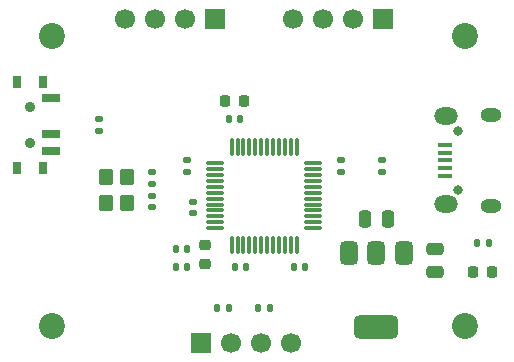
<source format=gbr>
%TF.GenerationSoftware,KiCad,Pcbnew,9.0.4*%
%TF.CreationDate,2025-10-05T01:24:38+05:30*%
%TF.ProjectId,Project4,50726f6a-6563-4743-942e-6b696361645f,rev?*%
%TF.SameCoordinates,Original*%
%TF.FileFunction,Soldermask,Top*%
%TF.FilePolarity,Negative*%
%FSLAX46Y46*%
G04 Gerber Fmt 4.6, Leading zero omitted, Abs format (unit mm)*
G04 Created by KiCad (PCBNEW 9.0.4) date 2025-10-05 01:24:38*
%MOMM*%
%LPD*%
G01*
G04 APERTURE LIST*
G04 Aperture macros list*
%AMRoundRect*
0 Rectangle with rounded corners*
0 $1 Rounding radius*
0 $2 $3 $4 $5 $6 $7 $8 $9 X,Y pos of 4 corners*
0 Add a 4 corners polygon primitive as box body*
4,1,4,$2,$3,$4,$5,$6,$7,$8,$9,$2,$3,0*
0 Add four circle primitives for the rounded corners*
1,1,$1+$1,$2,$3*
1,1,$1+$1,$4,$5*
1,1,$1+$1,$6,$7*
1,1,$1+$1,$8,$9*
0 Add four rect primitives between the rounded corners*
20,1,$1+$1,$2,$3,$4,$5,0*
20,1,$1+$1,$4,$5,$6,$7,0*
20,1,$1+$1,$6,$7,$8,$9,0*
20,1,$1+$1,$8,$9,$2,$3,0*%
G04 Aperture macros list end*
%ADD10RoundRect,0.135000X0.135000X0.185000X-0.135000X0.185000X-0.135000X-0.185000X0.135000X-0.185000X0*%
%ADD11RoundRect,0.250000X0.475000X-0.250000X0.475000X0.250000X-0.475000X0.250000X-0.475000X-0.250000X0*%
%ADD12O,1.800000X1.150000*%
%ADD13O,2.000000X1.450000*%
%ADD14R,1.300000X0.450000*%
%ADD15O,0.800000X0.800000*%
%ADD16RoundRect,0.375000X-0.375000X0.625000X-0.375000X-0.625000X0.375000X-0.625000X0.375000X0.625000X0*%
%ADD17RoundRect,0.500000X-1.400000X0.500000X-1.400000X-0.500000X1.400000X-0.500000X1.400000X0.500000X0*%
%ADD18RoundRect,0.140000X-0.170000X0.140000X-0.170000X-0.140000X0.170000X-0.140000X0.170000X0.140000X0*%
%ADD19RoundRect,0.140000X-0.140000X-0.170000X0.140000X-0.170000X0.140000X0.170000X-0.140000X0.170000X0*%
%ADD20R,1.500000X0.700000*%
%ADD21R,0.800000X1.000000*%
%ADD22C,0.900000*%
%ADD23RoundRect,0.140000X0.170000X-0.140000X0.170000X0.140000X-0.170000X0.140000X-0.170000X-0.140000X0*%
%ADD24RoundRect,0.250000X-0.350000X0.450000X-0.350000X-0.450000X0.350000X-0.450000X0.350000X0.450000X0*%
%ADD25C,2.200000*%
%ADD26RoundRect,0.250000X-0.250000X-0.475000X0.250000X-0.475000X0.250000X0.475000X-0.250000X0.475000X0*%
%ADD27RoundRect,0.218750X0.218750X0.256250X-0.218750X0.256250X-0.218750X-0.256250X0.218750X-0.256250X0*%
%ADD28R,1.700000X1.700000*%
%ADD29C,1.700000*%
%ADD30RoundRect,0.140000X0.140000X0.170000X-0.140000X0.170000X-0.140000X-0.170000X0.140000X-0.170000X0*%
%ADD31RoundRect,0.225000X-0.225000X-0.250000X0.225000X-0.250000X0.225000X0.250000X-0.225000X0.250000X0*%
%ADD32RoundRect,0.218750X-0.256250X0.218750X-0.256250X-0.218750X0.256250X-0.218750X0.256250X0.218750X0*%
%ADD33RoundRect,0.135000X-0.135000X-0.185000X0.135000X-0.185000X0.135000X0.185000X-0.135000X0.185000X0*%
%ADD34RoundRect,0.135000X-0.185000X0.135000X-0.185000X-0.135000X0.185000X-0.135000X0.185000X0.135000X0*%
%ADD35RoundRect,0.075000X-0.075000X-0.662500X0.075000X-0.662500X0.075000X0.662500X-0.075000X0.662500X0*%
%ADD36RoundRect,0.075000X-0.662500X-0.075000X0.662500X-0.075000X0.662500X0.075000X-0.662500X0.075000X0*%
G04 APERTURE END LIST*
D10*
%TO.C,R1*%
X132990000Y-98500000D03*
X134010000Y-98500000D03*
%TD*%
D11*
%TO.C,C2*%
X129500000Y-100950000D03*
X129500000Y-99050000D03*
%TD*%
D12*
%TO.C,J1*%
X134195000Y-87630000D03*
D13*
X130395000Y-87780000D03*
X130395000Y-95230000D03*
D12*
X134195000Y-95380000D03*
D14*
X130345000Y-90205000D03*
X130345000Y-90855000D03*
X130345000Y-91505000D03*
X130345000Y-92155000D03*
X130345000Y-92805000D03*
D15*
X131445000Y-89005000D03*
X131445000Y-94005000D03*
%TD*%
D16*
%TO.C,U1*%
X126800000Y-99350000D03*
X124500000Y-99350000D03*
D17*
X124500000Y-105650000D03*
D16*
X122200000Y-99350000D03*
%TD*%
D18*
%TO.C,C4*%
X108500000Y-92480000D03*
X108500000Y-91520000D03*
%TD*%
D19*
%TO.C,C7*%
X112020000Y-88000000D03*
X112980000Y-88000000D03*
%TD*%
D20*
%TO.C,SW1*%
X96930000Y-90750000D03*
X96930000Y-89250000D03*
X96930000Y-86250000D03*
D21*
X94070000Y-92150000D03*
X96280000Y-92150000D03*
D22*
X95170000Y-90000000D03*
X95170000Y-87000000D03*
D21*
X94070000Y-84850000D03*
X96280000Y-84850000D03*
%TD*%
D23*
%TO.C,C12*%
X105500000Y-93480000D03*
X105500000Y-92520000D03*
%TD*%
%TO.C,C13*%
X105500000Y-94520000D03*
X105500000Y-95480000D03*
%TD*%
D24*
%TO.C,Y1*%
X103350000Y-92900000D03*
X103350000Y-95100000D03*
X101650000Y-95100000D03*
X101650000Y-92900000D03*
%TD*%
D25*
%TO.C,H4*%
X97000000Y-81000000D03*
%TD*%
D26*
%TO.C,C1*%
X125450000Y-96500000D03*
X123550000Y-96500000D03*
%TD*%
D27*
%TO.C,D1*%
X134287500Y-101000000D03*
X132712500Y-101000000D03*
%TD*%
D28*
%TO.C,J4*%
X109690000Y-107000000D03*
D29*
X112230000Y-107000000D03*
X114770000Y-107000000D03*
X117310000Y-107000000D03*
%TD*%
D25*
%TO.C,H3*%
X132000000Y-81000000D03*
%TD*%
%TO.C,H2*%
X132000000Y-105500000D03*
%TD*%
%TO.C,H1*%
X97000000Y-105500000D03*
%TD*%
D28*
%TO.C,J3*%
X125080000Y-79500000D03*
D29*
X122540000Y-79500000D03*
X120000000Y-79500000D03*
X117460000Y-79500000D03*
%TD*%
D19*
%TO.C,C11*%
X113480000Y-100500000D03*
X112520000Y-100500000D03*
%TD*%
D30*
%TO.C,C5*%
X117520000Y-100500000D03*
X118480000Y-100500000D03*
%TD*%
D31*
%TO.C,C3*%
X113275000Y-86500000D03*
X111725000Y-86500000D03*
%TD*%
D18*
%TO.C,C6*%
X121500000Y-92480000D03*
X121500000Y-91520000D03*
%TD*%
D23*
%TO.C,C8*%
X109000000Y-95000000D03*
X109000000Y-95960000D03*
%TD*%
D30*
%TO.C,C9*%
X107500000Y-99000000D03*
X108460000Y-99000000D03*
%TD*%
%TO.C,C10*%
X107500000Y-100500000D03*
X108460000Y-100500000D03*
%TD*%
D32*
%TO.C,FB1*%
X110000000Y-100287500D03*
X110000000Y-98712500D03*
%TD*%
D29*
%TO.C,J2*%
X103190000Y-79500000D03*
X105730000Y-79500000D03*
X108270000Y-79500000D03*
D28*
X110810000Y-79500000D03*
%TD*%
D10*
%TO.C,R4*%
X110990000Y-104000000D03*
X112010000Y-104000000D03*
%TD*%
D33*
%TO.C,R5*%
X115510000Y-104000000D03*
X114490000Y-104000000D03*
%TD*%
D34*
%TO.C,R2*%
X101000000Y-89010000D03*
X101000000Y-87990000D03*
%TD*%
%TO.C,R3*%
X125000000Y-92510000D03*
X125000000Y-91490000D03*
%TD*%
D35*
%TO.C,U2*%
X112250000Y-90337500D03*
X112750000Y-90337500D03*
X113250000Y-90337500D03*
X113750000Y-90337500D03*
X114250000Y-90337500D03*
X114750000Y-90337500D03*
X115250000Y-90337500D03*
X115750000Y-90337500D03*
X116250000Y-90337500D03*
X116750000Y-90337500D03*
X117250000Y-90337500D03*
X117750000Y-90337500D03*
D36*
X119162500Y-91750000D03*
X119162500Y-92250000D03*
X119162500Y-92750000D03*
X119162500Y-93250000D03*
X119162500Y-93750000D03*
X119162500Y-94250000D03*
X119162500Y-94750000D03*
X119162500Y-95250000D03*
X119162500Y-95750000D03*
X119162500Y-96250000D03*
X119162500Y-96750000D03*
X119162500Y-97250000D03*
D35*
X117750000Y-98662500D03*
X117250000Y-98662500D03*
X116750000Y-98662500D03*
X116250000Y-98662500D03*
X115750000Y-98662500D03*
X115250000Y-98662500D03*
X114750000Y-98662500D03*
X114250000Y-98662500D03*
X113750000Y-98662500D03*
X113250000Y-98662500D03*
X112750000Y-98662500D03*
X112250000Y-98662500D03*
D36*
X110837500Y-97250000D03*
X110837500Y-96750000D03*
X110837500Y-96250000D03*
X110837500Y-95750000D03*
X110837500Y-95250000D03*
X110837500Y-94750000D03*
X110837500Y-94250000D03*
X110837500Y-93750000D03*
X110837500Y-93250000D03*
X110837500Y-92750000D03*
X110837500Y-92250000D03*
X110837500Y-91750000D03*
%TD*%
M02*

</source>
